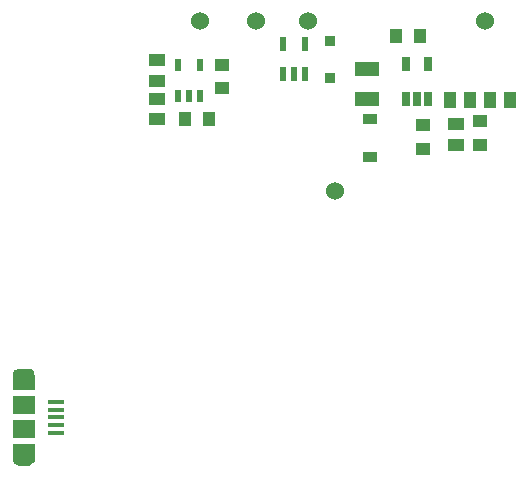
<source format=gtp>
G04*
G04 #@! TF.GenerationSoftware,Altium Limited,Altium Designer,24.0.1 (36)*
G04*
G04 Layer_Color=8421504*
%FSLAX44Y44*%
%MOMM*%
G71*
G04*
G04 #@! TF.SameCoordinates,40904156-3D38-421D-9BDF-46F29154AA19*
G04*
G04*
G04 #@! TF.FilePolarity,Positive*
G04*
G01*
G75*
%ADD19C,0.5000*%
%ADD20R,1.1000X1.4000*%
%ADD21R,1.0000X1.2500*%
%ADD22R,1.2192X0.9144*%
%ADD23R,1.4000X1.1000*%
%ADD24R,1.2500X1.0000*%
%ADD25R,0.6000X1.0000*%
%ADD26R,0.5500X1.3000*%
%ADD27C,1.5240*%
G04:AMPARAMS|DCode=28|XSize=0.65mm|YSize=1.2mm|CornerRadius=0.0488mm|HoleSize=0mm|Usage=FLASHONLY|Rotation=180.000|XOffset=0mm|YOffset=0mm|HoleType=Round|Shape=RoundedRectangle|*
%AMROUNDEDRECTD28*
21,1,0.6500,1.1025,0,0,180.0*
21,1,0.5525,1.2000,0,0,180.0*
1,1,0.0975,-0.2763,0.5513*
1,1,0.0975,0.2763,0.5513*
1,1,0.0975,0.2763,-0.5513*
1,1,0.0975,-0.2763,-0.5513*
%
%ADD28ROUNDEDRECTD28*%
%ADD29R,0.9500X0.9000*%
%ADD30R,2.0000X1.2500*%
%ADD31R,1.3500X0.4000*%
%ADD32R,1.9000X1.5000*%
G36*
X38380Y57680D02*
X19380D01*
Y70680D01*
X38380D01*
Y57680D01*
D02*
G37*
G36*
X33380Y52680D02*
X24380Y52680D01*
Y57680D01*
X33380D01*
Y52680D01*
D02*
G37*
G36*
X33380Y129680D02*
X24380D01*
Y134680D01*
X33380Y134680D01*
Y129680D01*
D02*
G37*
G36*
X38380Y116680D02*
X19380D01*
Y129680D01*
X38380D01*
Y116680D01*
D02*
G37*
D19*
X26557Y128451D02*
G03*
X26558Y128452I-2177J1229D01*
G01*
X26532Y128408D02*
G03*
X26557Y128451I-2152J1272D01*
G01*
X31089Y128680D02*
G03*
X31461Y128077I2291J1000D01*
G01*
X25609Y127503D02*
G03*
X25761Y127596I-1229J2177D01*
G01*
X26321Y128104D02*
G03*
X26457Y128288I-1941J1576D01*
G01*
X25761Y127596D02*
G03*
X26321Y128104I-1381J2084D01*
G01*
X25516Y127453D02*
G03*
X25609Y127503I-1136J2227D01*
G01*
X25265Y127342D02*
G03*
X25516Y127453I-885J2338D01*
G01*
X24484Y127182D02*
G03*
X25265Y127342I-104J2498D01*
G01*
X26457Y128288D02*
G03*
X26532Y128408I-2077J1391D01*
G01*
X31461Y128077D02*
G03*
X31515Y128014I1918J1603D01*
G01*
X31612Y127912D02*
G03*
X31714Y127816I1768J1768D01*
G01*
X31516Y128014D02*
G03*
X31612Y127912I1864J1666D01*
G01*
X33380Y132180D02*
G03*
X31089Y128680I0J-2500D01*
G01*
X35671D02*
G03*
X34983Y131599I-2291J1000D01*
G01*
X31714Y127816D02*
G03*
X35671Y128680I1666J1864D01*
G01*
X33350Y60180D02*
G03*
X30880Y57680I30J-2500D01*
G01*
Y57680D02*
G03*
X30964Y57037I2500J0D01*
G01*
X33390Y60180D02*
G03*
X33380Y60180I-10J-2500D01*
G01*
X33379D02*
G03*
X33350Y60180I0J-2500D01*
G01*
X32538Y55326D02*
G03*
X33123Y55193I842J2354D01*
G01*
D02*
G03*
X33340Y55180I257J2487D01*
G01*
X33898Y60126D02*
G03*
X33390Y60180I-518J-2446D01*
G01*
X35781Y56984D02*
G03*
X33898Y60126I-2401J696D01*
G01*
X33340Y55180D02*
G03*
X35781Y56984I40J2500D01*
G01*
X34380Y131971D02*
G03*
X33380Y132180I-1000J-2291D01*
G01*
X34578Y131874D02*
G03*
X34380Y131971I-1198J-2194D01*
G01*
X34983Y131599D02*
G03*
X34578Y131874I-1603J-1919D01*
G01*
X30964Y57037D02*
G03*
X30964Y57036I2416J643D01*
G01*
Y57036D02*
G03*
X30973Y57003I2416J644D01*
G01*
D02*
G03*
X30979Y56984I2407J677D01*
G01*
X30979Y56984D02*
G03*
X31379Y56181I2401J696D01*
G01*
D02*
G03*
X31600Y55924I2000J1499D01*
G01*
D02*
G03*
X31881Y55679I1780J1756D01*
G01*
D02*
G03*
X32538Y55326I1499J2000D01*
G01*
X24380Y132180D02*
G03*
X24483Y127182I0J-2500D01*
G01*
X24380Y60180D02*
G03*
X24380Y60180I0J-2500D01*
G01*
X26558Y128452D02*
G03*
X24380Y132180I-2178J1228D01*
G01*
D20*
X440804Y362458D02*
D03*
X423304D02*
D03*
X389522D02*
D03*
X407022D02*
D03*
D21*
X364076Y416554D02*
D03*
X344076D02*
D03*
X165260Y346456D02*
D03*
X185260D02*
D03*
D22*
X322326Y346583D02*
D03*
Y313817D02*
D03*
D23*
X394462Y324238D02*
D03*
Y341738D02*
D03*
X141754Y395861D02*
D03*
Y378361D02*
D03*
X141754Y363456D02*
D03*
Y345956D02*
D03*
D24*
X415036Y344512D02*
D03*
Y324512D02*
D03*
X366522Y340956D02*
D03*
Y320956D02*
D03*
X196342Y392016D02*
D03*
Y372016D02*
D03*
D25*
X159260Y392016D02*
D03*
X178260D02*
D03*
X159260Y366016D02*
D03*
X168760D02*
D03*
X178260D02*
D03*
D26*
X248056Y384556D02*
D03*
X257556D02*
D03*
X267056D02*
D03*
Y409556D02*
D03*
X248056D02*
D03*
D27*
X269494Y429006D02*
D03*
X419100Y429514D02*
D03*
X292100Y284988D02*
D03*
X225806Y429006D02*
D03*
X178410D02*
D03*
D28*
X352196Y392442D02*
D03*
X371196D02*
D03*
Y362942D02*
D03*
X361696D02*
D03*
X352196D02*
D03*
D29*
X288290Y412244D02*
D03*
Y380744D02*
D03*
D30*
X319532Y363418D02*
D03*
Y388918D02*
D03*
D31*
X55880Y106680D02*
D03*
Y100180D02*
D03*
Y93680D02*
D03*
Y87180D02*
D03*
Y80680D02*
D03*
D32*
X28880Y103680D02*
D03*
Y83680D02*
D03*
M02*

</source>
